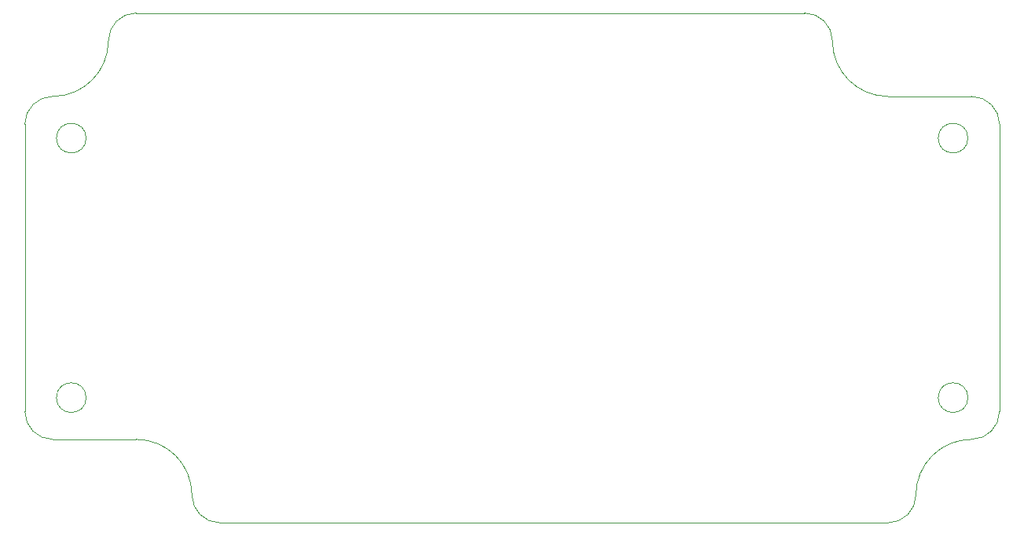
<source format=gm1>
G04 #@! TF.FileFunction,Profile,NP*
%FSLAX46Y46*%
G04 Gerber Fmt 4.6, Leading zero omitted, Abs format (unit mm)*
G04 Created by KiCad (PCBNEW 4.0.7-e2-6376~58~ubuntu16.04.1) date Mon Nov  6 20:09:01 2017*
%MOMM*%
%LPD*%
G01*
G04 APERTURE LIST*
%ADD10C,0.100000*%
G04 APERTURE END LIST*
D10*
X189141100Y-95313600D02*
G75*
G03X189141100Y-95313600I-1600000J0D01*
G01*
X189141100Y-67313600D02*
G75*
G03X189141100Y-67313600I-1600000J0D01*
G01*
X94141100Y-67313600D02*
G75*
G03X94141100Y-67313600I-1600000J0D01*
G01*
X94141100Y-95313600D02*
G75*
G03X94141100Y-95313600I-1600000J0D01*
G01*
X180541100Y-108813600D02*
X108541100Y-108813600D01*
X183541100Y-105813600D02*
G75*
G02X180541100Y-108813600I-3000000J0D01*
G01*
X180541100Y-62813600D02*
G75*
G02X174541100Y-56813600I0J6000000D01*
G01*
X192541100Y-96813600D02*
X192541100Y-65813600D01*
X192541100Y-96813600D02*
G75*
G02X189541100Y-99813600I-3000000J0D01*
G01*
X183541100Y-105813600D02*
G75*
G02X189541100Y-99813600I6000000J0D01*
G01*
X189541100Y-62813600D02*
G75*
G02X192541100Y-65813600I0J-3000000D01*
G01*
X180541100Y-62813600D02*
X189541100Y-62813600D01*
X171541100Y-53813600D02*
G75*
G02X174541100Y-56813600I0J-3000000D01*
G01*
X99541100Y-53813600D02*
X171541100Y-53813600D01*
X96541100Y-56813600D02*
G75*
G02X99541100Y-53813600I3000000J0D01*
G01*
X99541100Y-99813600D02*
G75*
G02X105541100Y-105813600I0J-6000000D01*
G01*
X87541100Y-65813600D02*
X87541100Y-96813600D01*
X87541100Y-65813600D02*
G75*
G02X90541100Y-62813600I3000000J0D01*
G01*
X96541100Y-56813600D02*
G75*
G02X90541100Y-62813600I-6000000J0D01*
G01*
X90541100Y-99813600D02*
G75*
G02X87541100Y-96813600I0J3000000D01*
G01*
X99541100Y-99813600D02*
X90541100Y-99813600D01*
X108541100Y-108813600D02*
G75*
G02X105541100Y-105813600I0J3000000D01*
G01*
M02*

</source>
